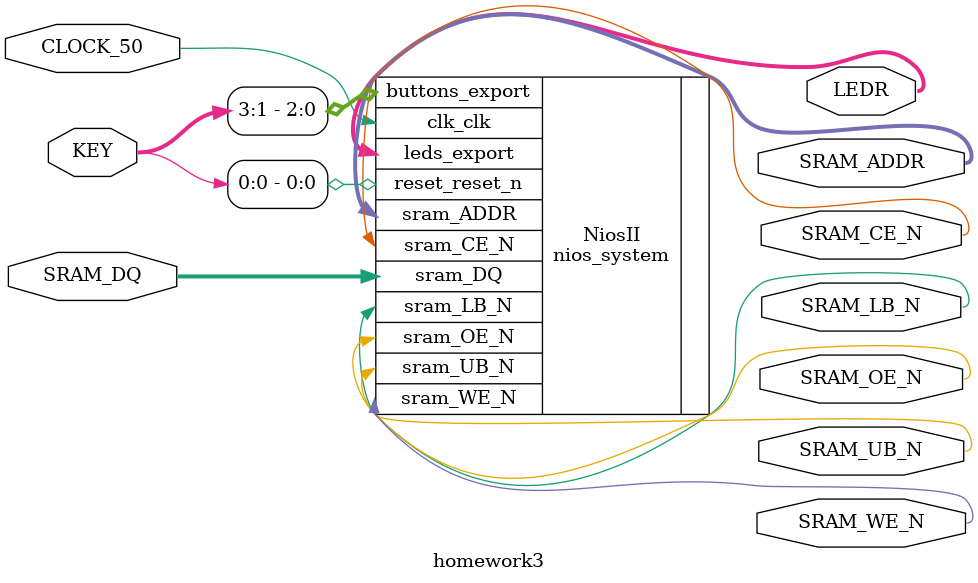
<source format=v>


module homework3(CLOCK_50,KEY,LEDR,SRAM_DQ,SRAM_ADDR,SRAM_LB_N,SRAM_UB_N,SRAM_CE_N,SRAM_OE_N,SRAM_WE_N);
	input CLOCK_50;
	input [3:0] KEY;
	output [3:0] LEDR;
	inout [15:0] SRAM_DQ;
	output [19:0] SRAM_ADDR;
	output SRAM_LB_N;
	output SRAM_UB_N;
	output SRAM_CE_N;
	output SRAM_OE_N;
	output SRAM_WE_N;
	
	nios_system NiosII (.clk_clk(CLOCK_50),
							  .reset_reset_n(KEY[0]),
							  .leds_export(LEDR),
							  .buttons_export(KEY[3:1]),
							  .sram_DQ(SRAM_DQ),
							  .sram_ADDR(SRAM_ADDR),
							  .sram_LB_N(SRAM_LB_N),
							  .sram_UB_N(SRAM_UB_N),
							  .sram_CE_N(SRAM_CE_N),
							  .sram_OE_N(SRAM_OE_N),
							  .sram_WE_N(SRAM_WE_N));

endmodule

</source>
